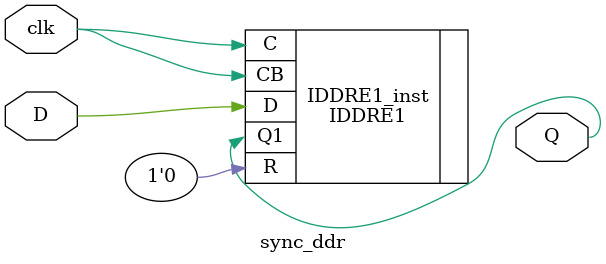
<source format=v>
`timescale 1ns / 1ps


module sync_ddr(
    input clk,
    input D,
    output Q

    );




    // IDDRE1: Dedicated Dual Data Rate (DDR) Input Register
//         UltraScale
// Xilinx HDL Language Template, version 2019.1
IDDRE1 #(   
.DDR_CLK_EDGE("OPPOSITE_EDGE"),
   // IDDRE1 mode (OPPOSITE_EDGE, SAME_EDGE, SAME_EDGE_PIPELINED)
   .IS_CB_INVERTED(1'b1),          // Optional inversion for CB
   .IS_C_INVERTED(1'b0)            // Optional inversion for C
)
IDDRE1_inst (
   .Q1(Q), // 1-bit output: Registered parallel output 1
//    .Q2(Q2), // 1-bit output: Registered parallel output 2
   .C(clk),   // 1-bit input: High-speed clock
   .CB(clk), // 1-bit input: Inversion of High-speed clock C
   .D(D),   // 1-bit input: Serial Data Input
   .R(1'b0)    // 1-bit input: Active High Async Reset
);
// End of IDDRE1_inst instantiation
endmodule

//module sync_ff(
//input clk,
//input D,
//output Q
//);



//wire Q0;
//   FDRE
//   #(
//      .INIT(1'b0)//Initialvalueofregister(1'b0or1'b1)
//   )
//   FDRE_inst1(
//   .Q(Q0),//1-bit Data output
//   .C(clk),//1-bit Clock input
//   .CE(1'b0), //1-bit Clock enable input
//   .R(1'b1),//1- bit Synchronous reset input
//   .D(D)//1 -bit Data input
//   );

//   FDRE
//   #(
//      .INIT(1'b0)//Initialvalueofregister(1'b0or1'b1)
//   )
//   FDRE_inst2(
//   .Q(Q),//1-bit Data output
//   .C(clk),//1-bit Clock input
//   .CE(1'b1), //1-bit Clock enable input
//   .R(1'b0),//1- bit Synchronous reset input
//   .D(Q0)//1 -bit Data input
//   );

//endmodule

</source>
